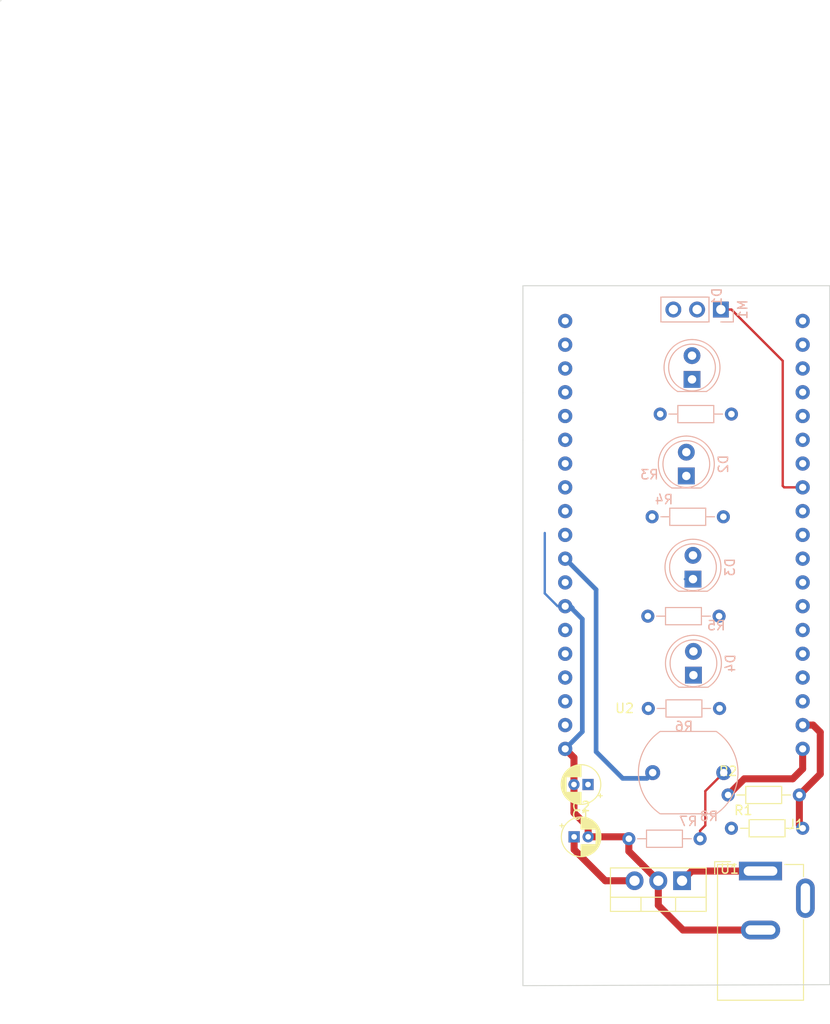
<source format=kicad_pcb>
(kicad_pcb (version 20211014) (generator pcbnew)
  (layers (0 "F.Cu" signal) (31 "B.Cu" signal) (34 "B.Paste" user) (35 "F.Paste" user) (36 "B.SilkS" user "B.Silkscreen") (37 "F.SilkS" user "F.Silkscreen") (38 "B.Mask" user) (39 "F.Mask" user) (44 "Edge.Cuts" user))
  (net 0 "")
  (net 1 "Net-(D1-Pad1)")
  (net 2 "SERVO_LED2")
  (net 3 "Net-(D2-Pad1)")
  (net 4 "SERVO_LED1")
  (net 5 "Net-(D3-Pad1)")
  (net 6 "P1_LED")
  (net 7 "Net-(D4-Pad1)")
  (net 8 "P2_LED")
  (net 9 "SERVO_SIGNAL")
  (net 10 "3.3V")
  (net 11 "LDR1")
  (net 12 "Net-(R7-Pad2)")
  (net 13 "Net-(C1-Pad1)")
  (net 37 "GND")
  (net 38 "5V")
  (net 39 "TEMP_SIG")
  (footprint "Capacitor_THT:CP_Radial_D4.0mm_P1.50mm" (layer "F.Cu") (at 144.1196 111.7092 180)
    (fp_text reference "C1" (at 0.75 -3.25) (layer "F.SilkS"))
    (fp_text value "C")
    (fp_line (start 2.391 -1.304) (end 2.391 1.304) (layer "F.SilkS") (width 0.12))
    (fp_line (start 1.871 0.84) (end 1.871 1.76) (layer "F.SilkS") (width 0.12))
    (fp_line (start 0.95 0.84) (end 0.95 2.071) (layer "F.SilkS") (width 0.12))
    (fp_line (start 1.951 -1.708) (end 1.951 -0.84) (layer "F.SilkS") (width 0.12))
    (fp_line (start 1.551 0.84) (end 1.551 1.924) (layer "F.SilkS") (width 0.12))
    (fp_line (start 1.19 0.84) (end 1.19 2.034) (layer "F.SilkS") (width 0.12))
    (fp_line (start 0.75 -2.08) (end 0.75 -0.84) (layer "F.SilkS") (width 0.12))
    (fp_line (start 1.27 0.84) (end 1.27 2.016) (layer "F.SilkS") (width 0.12))
    (fp_line (start 0.91 0.84) (end 0.91 2.074) (layer "F.SilkS") (width 0.12))
    (fp_line (start 1.711 -1.851) (end 1.711 -0.84) (layer "F.SilkS") (width 0.12))
    (fp_line (start 0.83 0.84) (end 0.83 2.079) (layer "F.SilkS") (width 0.12))
    (fp_line (start 1.15 -2.042) (end 1.15 -0.84) (layer "F.SilkS") (width 0.12))
    (fp_line (start 1.591 0.84) (end 1.591 1.907) (layer "F.SilkS") (width 0.12))
    (fp_line (start 1.31 -2.005) (end 1.31 -0.84) (layer "F.SilkS") (width 0.12))
    (fp_line (start 1.671 -1.87) (end 1.671 -0.84) (layer "F.SilkS") (width 0.12))
    (fp_line (start 1.39 -1.982) (end 1.39 -0.84) (layer "F.SilkS") (width 0.12))
    (fp_line (start 2.031 -1.65) (end 2.031 -0.84) (layer "F.SilkS") (width 0.12))
    (fp_line (start 1.831 -1.785) (end 1.831 -0.84) (layer "F.SilkS") (width 0.12))
    (fp_line (start 0.83 -2.079) (end 0.83 -0.84) (layer "F.SilkS") (width 0.12))
    (fp_line (start -1.319801 -1.395) (end -1.319801 -0.995) (layer "F.SilkS") (width 0.12))
    (fp_line (start 2.191 0.84) (end 2.191 1.516) (layer "F.SilkS") (width 0.12))
    (fp_line (start 1.43 0.84) (end 1.43 1.968) (layer "F.SilkS") (width 0.12))
    (fp_line (start 1.991 0.84) (end 1.991 1.68) (layer "F.SilkS") (width 0.12))
    (fp_line (start 1.511 0.84) (end 1.511 1.94) (layer "F.SilkS") (width 0.12))
    (fp_line (start 1.03 0.84) (end 1.03 2.062) (layer "F.SilkS") (width 0.12))
    (fp_line (start 1.03 -2.062) (end 1.03 -0.84) (layer "F.SilkS") (width 0.12))
    (fp_line (start 2.751 -0.664) (end 2.751 0.664) (layer "F.SilkS") (width 0.12))
    (fp_line (start 0.95 -2.071) (end 0.95 -0.84) (layer "F.SilkS") (width 0.12))
    (fp_line (start 1.39 0.84) (end 1.39 1.982) (layer "F.SilkS") (width 0.12))
    (fp_line (start 0.87 -2.077) (end 0.87 -0.84) (layer "F.SilkS") (width 0.12))
    (fp_line (start 1.35 0.84) (end 1.35 1.994) (layer "F.SilkS") (width 0.12))
    (fp_line (start 2.071 0.84) (end 2.071 1.619) (layer "F.SilkS") (width 0.12))
    (fp_line (start 2.071 -1.619) (end 2.071 -0.84) (layer "F.SilkS") (width 0.12))
    (fp_line (start 1.591 -1.907) (end 1.591 -0.84) (layer "F.SilkS") (width 0.12))
    (fp_line (start 2.151 0.84) (end 2.151 1.552) (layer "F.SilkS") (width 0.12))
    (fp_line (start 1.43 -1.968) (end 1.43 -0.84) (layer "F.SilkS") (width 0.12))
    (fp_line (start 2.351 -1.351) (end 2.351 1.351) (layer "F.SilkS") (width 0.12))
    (fp_line (start 0.75 0.84) (end 0.75 2.08) (layer "F.SilkS") (width 0.12))
    (fp_line (start 0.79 0.84) (end 0.79 2.08) (layer "F.SilkS") (width 0.12))
    (fp_line (start 1.15 0.84) (end 1.15 2.042) (layer "F.SilkS") (width 0.12))
    (fp_line (start 1.711 0.84) (end 1.711 1.851) (layer "F.SilkS") (width 0.12))
    (fp_line (start 0.99 0.84) (end 0.99 2.067) (layer "F.SilkS") (width 0.12))
    (fp_line (start 1.911 -1.735) (end 1.911 -0.84) (layer "F.SilkS") (width 0.12))
    (fp_line (start 1.471 0.84) (end 1.471 1.954) (layer "F.SilkS") (width 0.12))
    (fp_line (start 2.231 -1.478) (end 2.231 -0.84) (layer "F.SilkS") (width 0.12))
    (fp_line (start 2.791 -0.537) (end 2.791 0.537) (layer "F.SilkS") (width 0.12))
    (fp_line (start 1.871 -1.76) (end 1.871 -0.84) (layer "F.SilkS") (width 0.12))
    (fp_line (start 1.23 -2.025) (end 1.23 -0.84) (layer "F.SilkS") (width 0.12))
    (fp_line (start 0.79 -2.08) (end 0.79 -0.84) (layer "F.SilkS") (width 0.12))
    (fp_line (start 2.111 -1.587) (end 2.111 -0.84) (layer "F.SilkS") (width 0.12))
    (fp_line (start 2.271 0.84) (end 2.271 1.438) (layer "F.SilkS") (width 0.12))
    (fp_line (start 1.31 0.84) (end 1.31 2.005) (layer "F.SilkS") (width 0.12))
    (fp_line (start 1.11 0.84) (end 1.11 2.05) (layer "F.SilkS") (width 0.12))
    (fp_line (start 1.511 -1.94) (end 1.511 -0.84) (layer "F.SilkS") (width 0.12))
    (fp_line (start 2.831 -0.37) (end 2.831 0.37) (layer "F.SilkS") (width 0.12))
    (fp_line (start 2.271 -1.438) (end 2.271 -0.84) (layer "F.SilkS") (width 0.12))
    (fp_line (start 0.87 0.84) (end 0.87 2.077) (layer "F.SilkS") (width 0.12))
    (fp_line (start 1.19 -2.034) (end 1.19 -0.84) (layer "F.SilkS") (width 0.12))
    (fp_line (start 2.431 -1.254) (end 2.431 1.254) (layer "F.SilkS") (width 0.12))
    (fp_line (start 1.631 0.84) (end 1.631 1.889) (layer "F.SilkS") (width 0.12))
    (fp_line (start 2.471 -1.2) (end 2.471 1.2) (layer "F.SilkS") (width 0.12))
    (fp_line (start 2.311 -1.396) (end 2.311 -0.84) (layer "F.SilkS") (width 0.12))
    (fp_line (start 1.991 -1.68) (end 1.991 -0.84) (layer "F.SilkS") (width 0.12))
    (fp_line (start 1.751 -1.83) (end 1.751 -0.84) (layer "F.SilkS") (width 0.12))
    (fp_line (start 1.471 -1.954) (end 1.471 -0.84) (layer "F.SilkS") (width 0.12))
    (fp_line (start 2.511 -1.142) (end 2.511 1.142) (layer "F.SilkS") (width 0.12))
    (fp_line (start 2.111 0.84) (end 2.111 1.587) (layer "F.SilkS") (width 0.12))
    (fp_line (start 1.751 0.84) (end 1.751 1.83) (layer "F.SilkS") (width 0.12))
    (fp_line (start -1.519801 -1.195) (end -1.119801 -1.195) (layer "F.SilkS") (width 0.12))
    (fp_line (start 1.551 -1.924) (end 1.551 -0.84) (layer "F.SilkS") (width 0.12))
    (fp_line (start 2.631 -0.94) (end 2.631 0.94) (layer "F.SilkS") (width 0.12))
    (fp_line (start 2.711 -0.768) (end 2.711 0.768) (layer "F.SilkS") (width 0.12))
    (fp_line (start 0.99 -2.067) (end 0.99 -0.84) (layer "F.SilkS") (width 0.12))
    (fp_line (start 1.951 0.84) (end 1.951 1.708) (layer "F.SilkS") (width 0.12))
    (fp_line (start 1.35 -1.994) (end 1.35 -0.84) (layer "F.SilkS") (width 0.12))
    (fp_line (start 2.031 0.84) (end 2.031 1.65) (layer "F.SilkS") (width 0.12))
    (fp_line (start 2.231 0.84) (end 2.231 1.478) (layer "F.SilkS") (width 0.12))
    (fp_line (start 2.671 -0.859) (end 2.671 0.859) (layer "F.SilkS") (width 0.12))
    (fp_line (start 1.791 0.84) (end 1.791 1.808) (layer "F.SilkS") (width 0.12))
    (fp_line (start 0.91 -2.074) (end 0.91 -0.84) (layer "F.SilkS") (width 0.12))
    (fp_line (start 1.23 0.84) (end 1.23 2.025) (layer "F.SilkS") (width 0.12))
    (fp_line (start 2.151 -1.552) (end 2.151 -0.84) (layer "F.SilkS") (width 0.12))
    (fp_line (start 1.671 0.84) (end 1.671 1.87) (layer "F.SilkS") (width 0.12))
    (fp_line (start 2.551 -1.08) (end 2.551 1.08) (layer "F.SilkS") (width 0.12))
    (fp_line (start 2.591 -1.013) (end 2.591 1.013) (layer "F.SilkS") (width 0.12))
    (fp_line (start 1.11 -2.05) (end 1.11 -0.84) (layer "F.SilkS") (width 0.12))
    (fp_line (start 2.311 0.84) (end 2.311 1.396) (layer "F.SilkS") (width 0.12))
    (fp_line (start 1.831 0.84) (end 1.831 1.785) (layer "F.SilkS") (width 0.12))
    (fp_line (start 1.27 -2.016) (end 1.27 -0.84) (layer "F.SilkS") (width 0.12))
    (fp_line (start 1.911 0.84) (end 1.911 1.735) (layer "F.SilkS") (width 0.12))
    (fp_line (start 1.631 -1.889) (end 1.631 -0.84) (layer "F.SilkS") (width 0.12))
    (fp_line (start 1.791 -1.808) (end 1.791 -0.84) (layer "F.SilkS") (width 0.12))
    (fp_line (start 2.191 -1.516) (end 2.191 -0.84) (layer "F.SilkS") (width 0.12))
    (fp_line (start 1.07 -2.056) (end 1.07 -0.84) (layer "F.SilkS") (width 0.12))
    (fp_line (start 1.07 0.84) (end 1.07 2.056) (layer "F.SilkS") (width 0.12))
    (fp_circle (center 0.75 0) (end 2.87 0) (layer "F.SilkS") (width 0.12) (fill none))
    (pad "1" thru_hole rect (at 0 0 180) (size 1.2 1.2) (drill 0.6) (layers *.Cu *.Mask) (net 13 "Net-(C1-Pad1)"))
    (pad "2" thru_hole circle (at 1.5 0 180) (size 1.2 1.2) (drill 0.6) (layers *.Cu *.Mask) (net 37 "GND"))
  )
  (footprint "Resistor_THT:R_Axial_DIN0204_L3.6mm_D1.6mm_P7.62mm_Horizontal" (layer "F.Cu") (at 159.4612 116.3828)
    (fp_text reference "R1" (at 1.27 -1.92) (layer "F.SilkS"))
    (fp_text value "1k")
    (fp_line (start 5.73 0.92) (end 5.73 -0.92) (layer "F.SilkS") (width 0.12))
    (fp_line (start 6.68 0) (end 5.73 0) (layer "F.SilkS") (width 0.12))
    (fp_line (start 1.89 0.92) (end 5.73 0.92) (layer "F.SilkS") (width 0.12))
    (fp_line (start 1.89 -0.92) (end 1.89 0.92) (layer "F.SilkS") (width 0.12))
    (fp_line (start 0.94 0) (end 1.89 0) (layer "F.SilkS") (width 0.12))
    (fp_line (start 5.73 -0.92) (end 1.89 -0.92) (layer "F.SilkS") (width 0.12))
    (pad "1" thru_hole circle (at 0 0) (size 1.4 1.4) (drill 0.7) (layers *.Cu *.Mask) (net 38 "5V"))
    (pad "2" thru_hole oval (at 7.62 0) (size 1.4 1.4) (drill 0.7) (layers *.Cu *.Mask) (net 10 "3.3V"))
  )
  (footprint "Resistor_THT:R_Axial_DIN0204_L3.6mm_D1.6mm_P7.62mm_Horizontal" (layer "F.Cu") (at 166.7256 112.8268 180)
    (fp_text reference "R2" (at 7.62 2.54) (layer "F.SilkS"))
    (fp_text value "2k")
    (fp_line (start 0.94 0) (end 1.89 0) (layer "F.SilkS") (width 0.12))
    (fp_line (start 1.89 -0.92) (end 1.89 0.92) (layer "F.SilkS") (width 0.12))
    (fp_line (start 5.73 0.92) (end 5.73 -0.92) (layer "F.SilkS") (width 0.12))
    (fp_line (start 6.68 0) (end 5.73 0) (layer "F.SilkS") (width 0.12))
    (fp_line (start 5.73 -0.92) (end 1.89 -0.92) (layer "F.SilkS") (width 0.12))
    (fp_line (start 1.89 0.92) (end 5.73 0.92) (layer "F.SilkS") (width 0.12))
    (pad "1" thru_hole circle (at 0 0 180) (size 1.4 1.4) (drill 0.7) (layers *.Cu *.Mask) (net 10 "3.3V"))
    (pad "2" thru_hole oval (at 7.62 0 180) (size 1.4 1.4) (drill 0.7) (layers *.Cu *.Mask) (net 37 "GND"))
  )
  (footprint "Capacitor_THT:CP_Radial_D4.0mm_P1.50mm" (layer "F.Cu") (at 142.635001 117.2972)
    (fp_text reference "C2" (at 0.75 -3.25) (layer "F.SilkS"))
    (fp_text value "C")
    (fp_line (start 2.111 0.84) (end 2.111 1.587) (layer "F.SilkS") (width 0.12))
    (fp_line (start 1.711 0.84) (end 1.711 1.851) (layer "F.SilkS") (width 0.12))
    (fp_line (start 2.511 -1.142) (end 2.511 1.142) (layer "F.SilkS") (width 0.12))
    (fp_line (start 0.87 -2.077) (end 0.87 -0.84) (layer "F.SilkS") (width 0.12))
    (fp_line (start 2.551 -1.08) (end 2.551 1.08) (layer "F.SilkS") (width 0.12))
    (fp_line (start 0.83 0.84) (end 0.83 2.079) (layer "F.SilkS") (width 0.12))
    (fp_line (start 2.591 -1.013) (end 2.591 1.013) (layer "F.SilkS") (width 0.12))
    (fp_line (start 1.27 -2.016) (end 1.27 -0.84) (layer "F.SilkS") (width 0.12))
    (fp_line (start -1.319801 -1.395) (end -1.319801 -0.995) (layer "F.SilkS") (width 0.12))
    (fp_line (start 1.23 0.84) (end 1.23 2.025) (layer "F.SilkS") (width 0.12))
    (fp_line (start 1.751 -1.83) (end 1.751 -0.84) (layer "F.SilkS") (width 0.12))
    (fp_line (start 0.95 -2.071) (end 0.95 -0.84) (layer "F.SilkS") (width 0.12))
    (fp_line (start 2.431 -1.254) (end 2.431 1.254) (layer "F.SilkS") (width 0.12))
    (fp_line (start 1.11 -2.05) (end 1.11 -0.84) (layer "F.SilkS") (width 0.12))
    (fp_line (start 1.11 0.84) (end 1.11 2.05) (layer "F.SilkS") (width 0.12))
    (fp_line (start 0.99 0.84) (end 0.99 2.067) (layer "F.SilkS") (width 0.12))
    (fp_line (start 1.671 -1.87) (end 1.671 -0.84) (layer "F.SilkS") (width 0.12))
    (fp_line (start 1.19 -2.034) (end 1.19 -0.84) (layer "F.SilkS") (width 0.12))
    (fp_line (start 1.39 0.84) (end 1.39 1.982) (layer "F.SilkS") (width 0.12))
    (fp_line (start 1.471 -1.954) (end 1.471 -0.84) (layer "F.SilkS") (width 0.12))
    (fp_line (start 1.03 0.84) (end 1.03 2.062) (layer "F.SilkS") (width 0.12))
    (fp_line (start 1.911 -1.735) (end 1.911 -0.84) (layer "F.SilkS") (width 0.12))
    (fp_line (start 1.791 -1.808) (end 1.791 -0.84) (layer "F.SilkS") (width 0.12))
    (fp_line (start 1.07 -2.056) (end 1.07 -0.84) (layer "F.SilkS") (width 0.12))
    (fp_line (start 1.631 0.84) (end 1.631 1.889) (layer "F.SilkS") (width 0.12))
    (fp_line (start 2.151 -1.552) (end 2.151 -0.84) (layer "F.SilkS") (width 0.12))
    (fp_line (start 1.31 -2.005) (end 1.31 -0.84) (layer "F.SilkS") (width 0.12))
    (fp_line (start 0.83 -2.079) (end 0.83 -0.84) (layer "F.SilkS") (width 0.12))
    (fp_line (start 1.951 -1.708) (end 1.951 -0.84) (layer "F.SilkS") (width 0.12))
    (fp_line (start 1.551 -1.924) (end 1.551 -0.84) (layer "F.SilkS") (width 0.12))
    (fp_line (start 2.111 -1.587) (end 2.111 -0.84) (layer "F.SilkS") (width 0.12))
    (fp_line (start 2.271 -1.438) (end 2.271 -0.84) (layer "F.SilkS") (width 0.12))
    (fp_line (start 2.831 -0.37) (end 2.831 0.37) (layer "F.SilkS") (width 0.12))
    (fp_line (start 0.79 0.84) (end 0.79 2.08) (layer "F.SilkS") (width 0.12))
    (fp_line (start 0.87 0.84) (end 0.87 2.077) (layer "F.SilkS") (width 0.12))
    (fp_line (start 1.591 -1.907) (end 1.591 -0.84) (layer "F.SilkS") (width 0.12))
    (fp_line (start 1.791 0.84) (end 1.791 1.808) (layer "F.SilkS") (width 0.12))
    (fp_line (start 1.511 0.84) (end 1.511 1.94) (layer "F.SilkS") (width 0.12))
    (fp_line (start 2.191 -1.516) (end 2.191 -0.84) (layer "F.SilkS") (width 0.12))
    (fp_line (start 2.471 -1.2) (end 2.471 1.2) (layer "F.SilkS") (width 0.12))
    (fp_line (start 2.671 -0.859) (end 2.671 0.859) (layer "F.SilkS") (width 0.12))
    (fp_line (start 1.43 -1.968) (end 1.43 -0.84) (layer "F.SilkS") (width 0.12))
    (fp_line (start 0.79 -2.08) (end 0.79 -0.84) (layer "F.SilkS") (width 0.12))
    (fp_line (start 1.631 -1.889) (end 1.631 -0.84) (layer "F.SilkS") (width 0.12))
    (fp_line (start 1.23 -2.025) (end 1.23 -0.84) (layer "F.SilkS") (width 0.12))
    (fp_line (start 1.991 -1.68) (end 1.991 -0.84) (layer "F.SilkS") (width 0.12))
    (fp_line (start 1.35 0.84) (end 1.35 1.994) (layer "F.SilkS") (width 0.12))
    (fp_line (start 1.471 0.84) (end 1.471 1.954) (layer "F.SilkS") (width 0.12))
    (fp_line (start 2.751 -0.664) (end 2.751 0.664) (layer "F.SilkS") (width 0.12))
    (fp_line (start 1.15 0.84) (end 1.15 2.042) (layer "F.SilkS") (width 0.12))
    (fp_line (start 0.75 -2.08) (end 0.75 -0.84) (layer "F.SilkS") (width 0.12))
    (fp_line (start 1.831 0.84) (end 1.831 1.785) (layer "F.SilkS") (width 0.12))
    (fp_line (start 0.95 0.84) (end 0.95 2.071) (layer "F.SilkS") (width 0.12))
    (fp_line (start 2.191 0.84) (end 2.191 1.516) (layer "F.SilkS") (width 0.12))
    (fp_line (start 1.591 0.84) (end 1.591 1.907) (layer "F.SilkS") (width 0.12))
    (fp_line (start 1.15 -2.042) (end 1.15 -0.84) (layer "F.SilkS") (width 0.12))
    (fp_line (start 2.031 -1.65) (end 2.031 -0.84) (layer "F.SilkS") (width 0.12))
    (fp_line (start 1.27 0.84) (end 1.27 2.016) (layer "F.SilkS") (width 0.12))
    (fp_line (start 2.031 0.84) (end 2.031 1.65) (layer "F.SilkS") (width 0.12))
    (fp_line (start 0.91 -2.074) (end 0.91 -0.84) (layer "F.SilkS") (width 0.12))
    (fp_line (start 1.19 0.84) (end 1.19 2.034) (layer "F.SilkS") (width 0.12))
    (fp_line (start 1.39 -1.982) (end 1.39 -0.84) (layer "F.SilkS") (width 0.12))
    (fp_line (start 2.351 -1.351) (end 2.351 1.351) (layer "F.SilkS") (width 0.12))
    (fp_line (start 1.551 0.84) (end 1.551 1.924) (layer "F.SilkS") (width 0.12))
    (fp_line (start 2.711 -0.768) (end 2.711 0.768) (layer "F.SilkS") (width 0.12))
    (fp_line (start 2.631 -0.94) (end 2.631 0.94) (layer "F.SilkS") (width 0.12))
    (fp_line (start 1.07 0.84) (end 1.07 2.056) (layer "F.SilkS") (width 0.12))
    (fp_line (start 1.831 -1.785) (end 1.831 -0.84) (layer "F.SilkS") (width 0.12))
    (fp_line (start 1.03 -2.062) (end 1.03 -0.84) (layer "F.SilkS") (width 0.12))
    (fp_line (start 2.231 -1.478) (end 2.231 -0.84) (layer "F.SilkS") (width 0.12))
    (fp_line (start 1.751 0.84) (end 1.751 1.83) (layer "F.SilkS") (width 0.12))
    (fp_line (start 1.671 0.84) (end 1.671 1.87) (layer "F.SilkS") (width 0.12))
    (fp_line (start 2.391 -1.304) (end 2.391 1.304) (layer "F.SilkS") (width 0.12))
    (fp_line (start 0.75 0.84) (end 0.75 2.08) (layer "F.SilkS") (width 0.12))
    (fp_line (start 2.231 0.84) (end 2.231 1.478) (layer "F.SilkS") (width 0.12))
    (fp_line (start 2.271 0.84) (end 2.271 1.438) (layer "F.SilkS") (width 0.12))
    (fp_line (start 2.311 -1.396) (end 2.311 -0.84) (layer "F.SilkS") (width 0.12))
    (fp_line (start 1.35 -1.994) (end 1.35 -0.84) (layer "F.SilkS") (width 0.12))
    (fp_line (start 1.871 -1.76) (end 1.871 -0.84) (layer "F.SilkS") (width 0.12))
    (fp_line (start 1.911 0.84) (end 1.911 1.735) (layer "F.SilkS") (width 0.12))
    (fp_line (start 1.511 -1.94) (end 1.511 -0.84) (layer "F.SilkS") (width 0.12))
    (fp_line (start 1.43 0.84) (end 1.43 1.968) (layer "F.SilkS") (width 0.12))
    (fp_line (start 2.311 0.84) (end 2.311 1.396) (layer "F.SilkS") (width 0.12))
    (fp_line (start -1.519801 -1.195) (end -1.119801 -1.195) (layer "F.SilkS") (width 0.12))
    (fp_line (start 2.071 -1.619) (end 2.071 -0.84) (layer "F.SilkS") (width 0.12))
    (fp_line (start 0.91 0.84) (end 0.91 2.074) (layer "F.SilkS") (width 0.12))
    (fp_line (start 1.711 -1.851) (end 1.711 -0.84) (layer "F.SilkS") (width 0.12))
    (fp_line (start 2.791 -0.537) (end 2.791 0.537) (layer "F.SilkS") (width 0.12))
    (fp_line (start 1.991 0.84) (end 1.991 1.68) (layer "F.SilkS") (width 0.12))
    (fp_line (start 2.071 0.84) (end 2.071 1.619) (layer "F.SilkS") (width 0.12))
    (fp_line (start 0.99 -2.067) (end 0.99 -0.84) (layer "F.SilkS") (width 0.12))
    (fp_line (start 2.151 0.84) (end 2.151 1.552) (layer "F.SilkS") (width 0.12))
    (fp_line (start 1.951 0.84) (end 1.951 1.708) (layer "F.SilkS") (width 0.12))
    (fp_line (start 1.31 0.84) (end 1.31 2.005) (layer "F.SilkS") (width 0.12))
    (fp_line (start 1.871 0.84) (end 1.871 1.76) (layer "F.SilkS") (width 0.12))
    (fp_circle (center 0.75 0) (end 2.87 0) (layer "F.SilkS") (width 0.12) (fill none))
    (pad "1" thru_hole rect (at 0 0) (size 1.2 1.2) (drill 0.6) (layers *.Cu *.Mask) (net 38 "5V"))
    (pad "2" thru_hole circle (at 1.5 0) (size 1.2 1.2) (drill 0.6) (layers *.Cu *.Mask) (net 37 "GND"))
  )
  (footprint "Connector_BarrelJack:BarrelJack_GCT_DCJ200-10-A_Horizontal" (layer "F.Cu") (at 162.5704 120.9548)
    (fp_text reference "J1" (at 3.79 -4.98) (layer "F.SilkS"))
    (fp_text value "Barrel_Jack")
    (fp_line (start -4.9 -1) (end -4.9 0.3) (layer "F.SilkS") (width 0.12))
    (fp_line (start -4.6 13.8) (end -4.6 -0.7) (layer "F.SilkS") (width 0.12))
    (fp_line (start 4.6 -0.7) (end 4.6 0.6) (layer "F.SilkS") (width 0.12))
    (fp_line (start -4.6 -0.7) (end -2.6 -0.7) (layer "F.SilkS") (width 0.12))
    (fp_line (start 4.6 13.8) (end -4.6 13.8) (layer "F.SilkS") (width 0.12))
    (fp_line (start 4.6 5.2) (end 4.6 13.8) (layer "F.SilkS") (width 0.12))
    (fp_line (start 2.6 -0.7) (end 4.6 -0.7) (layer "F.SilkS") (width 0.12))
    (fp_line (start -3.2 -1) (end -4.9 -1) (layer "F.SilkS") (width 0.12))
    (pad "1" thru_hole rect (at 0 0) (size 4.6 2) (drill oval 3.6 1) (layers *.Cu *.Mask) (net 13 "Net-(C1-Pad1)"))
    (pad "2" thru_hole oval (at 0 6.3) (size 4.2 2) (drill oval 3.2 1) (layers *.Cu *.Mask) (net 37 "GND"))
    (pad "3" thru_hole oval (at 4.8 2.9) (size 2 4.2) (drill oval 1 3.2) (layers *.Cu *.Mask))
  )
  (footprint "Package_TO_SOT_THT:TO-220-3_Vertical" (layer "F.Cu") (at 154.178 121.991 180)
    (fp_text reference "U1" (at -5.08 1.27) (layer "F.SilkS"))
    (fp_text value "LM7805_TO220")
    (fp_line (start -2.58 -3.27) (end 7.66 -3.27) (layer "F.SilkS") (width 0.12))
    (fp_line (start -2.58 -1.76) (end 7.66 -1.76) (layer "F.SilkS") (width 0.12))
    (fp_line (start -2.58 -3.27) (end -2.58 1.371) (layer "F.SilkS") (width 0.12))
    (fp_line (start -2.58 1.371) (end 7.66 1.371) (layer "F.SilkS") (width 0.12))
    (fp_line (start 0.69 -3.27) (end 0.69 -1.76) (layer "F.SilkS") (width 0.12))
    (fp_line (start 7.66 -3.27) (end 7.66 1.371) (layer "F.SilkS") (width 0.12))
    (fp_line (start 4.391 -3.27) (end 4.391 -1.76) (layer "F.SilkS") (width 0.12))
    (pad "1" thru_hole rect (at 0 0 180) (size 1.905 2) (drill 1.1) (layers *.Cu *.Mask) (net 13 "Net-(C1-Pad1)"))
    (pad "2" thru_hole oval (at 2.54 0 180) (size 1.905 2) (drill 1.1) (layers *.Cu *.Mask) (net 37 "GND"))
    (pad "3" thru_hole oval (at 5.08 0 180) (size 1.905 2) (drill 1.1) (layers *.Cu *.Mask) (net 38 "5V"))
  )
  (footprint "NodeMCU-DEVKITV1:ESP32-DOIT-DEVKIT" (layer "F.Cu") (at 154.3812 110.4392 180)
    (fp_text reference "U2" (at 6.35 6.8725) (layer "F.SilkS"))
    (fp_text value "NodeMCU")
    (pad "1" thru_hole circle (at -12.7 2.54 180) (size 1.524 1.524) (drill 0.762) (layers *.Cu *.Mask) (net 37 "GND"))
    (pad "2" thru_hole circle (at -12.7 5.08 180) (size 1.524 1.524) (drill 0.762) (layers *.Cu *.Mask) (net 10 "3.3V"))
    (pad "3" thru_hole circle (at -12.7 7.62 180) (size 1.524 1.524) (drill 0.762) (layers *.Cu *.Mask))
    (pad "4" thru_hole circle (at -12.7 10.16 180) (size 1.524 1.524) (drill 0.762) (layers *.Cu *.Mask))
    (pad "5" thru_hole circle (at -12.7 12.7 180) (size 1.524 1.524) (drill 0.762) (layers *.Cu *.Mask))
    (pad "5V" thru_hole circle (at -12.7 48.26 180) (size 1.524 1.524) (drill 0.762) (layers *.Cu *.Mask))
    (pad "6" thru_hole circle (at -12.7 15.24 180) (size 1.524 1.524) (drill 0.762) (layers *.Cu *.Mask))
    (pad "7" thru_hole circle (at -12.7 17.78 180) (size 1.524 1.524) (drill 0.762) (layers *.Cu *.Mask))
    (pad "8" thru_hole circle (at -12.7 20.32 180) (size 1.524 1.524) (drill 0.762) (layers *.Cu *.Mask))
    (pad "9" thru_hole circle (at -12.7 22.86 180) (size 1.524 1.524) (drill 0.762) (layers *.Cu *.Mask))
    (pad "10" thru_hole circle (at -12.7 25.4 180) (size 1.524 1.524) (drill 0.762) (layers *.Cu *.Mask))
    (pad "11" thru_hole circle (at -12.7 27.94 180) (size 1.524 1.524) (drill 0.762) (layers *.Cu *.Mask))
    (pad "12" thru_hole circle (at -12.7 30.48 180) (size 1.524 1.524) (drill 0.762) (layers *.Cu *.Mask) (net 9 "SERVO_SIGNAL"))
    (pad "13" thru_hole circle (at -12.7 33.02 180) (size 1.524 1.524) (drill 0.762) (layers *.Cu *.Mask) (net 2 "SERVO_LED2"))
    (pad "15" thru_hole circle (at -12.7 38.1 180) (size 1.524 1.524) (drill 0.762) (layers *.Cu *.Mask))
    (pad "16" thru_hole circle (at -12.7 40.64 180) (size 1.524 1.524) (drill 0.762) (layers *.Cu *.Mask) (net 6 "P1_LED"))
    (pad "17" thru_hole circle (at -12.7 43.18 180) (size 1.524 1.524) (drill 0.762) (layers *.Cu *.Mask) (net 8 "P2_LED"))
    (pad "18" thru_hole circle (at -12.7 45.72 180) (size 1.524 1.524) (drill 0.762) (layers *.Cu *.Mask))
    (pad "19" thru_hole circle (at 12.7 45.72 180) (size 1.524 1.524) (drill 0.762) (layers *.Cu *.Mask) (net 4 "SERVO_LED1"))
    (pad "20" thru_hole circle (at 12.7 43.18 180) (size 1.524 1.524) (drill 0.762) (layers *.Cu *.Mask))
    (pad "21" thru_hole circle (at 12.7 40.64 180) (size 1.524 1.524) (drill 0.762) (layers *.Cu *.Mask))
    (pad "22" thru_hole circle (at 12.7 38.1 180) (size 1.524 1.524) (drill 0.762) (layers *.Cu *.Mask))
    (pad "23" thru_hole circle (at 12.7 35.56 180) (size 1.524 1.524) (drill 0.762) (layers *.Cu *.Mask))
    (pad "24" thru_hole circle (at 12.7 33.02 180) (size 1.524 1.524) (drill 0.762) (layers *.Cu *.Mask) (net 39 "TEMP_SIG"))
    (pad "25" thru_hole circle (at 12.7 30.48 180) (size 1.524 1.524) (drill 0.762) (layers *.Cu *.Mask))
    (pad "26" thru_hole circle (at 12.7 27.94 180) (size 1.524 1.524) (drill 0.762) (layers *.Cu *.Mask))
    (pad "27" thru_hole circle (at 12.7 25.4 180) (size 1.524 1.524) (drill 0.762) (layers *.Cu *.Mask))
    (pad "28" thru_hole circle (at 12.7 22.86 180) (size 1.524 1.524) (drill 0.762) (layers *.Cu *.Mask) (net 11 "LDR1"))
    (pad "29" thru_hole circle (at 12.7 20.32 180) (size 1.524 1.524) (drill 0.762) (layers *.Cu *.Mask))
    (pad "31" thru_hole circle (at 12.7 15.24 180) (size 1.524 1.524) (drill 0.762) (layers *.Cu *.Mask))
    (pad "32" thru_hole circle (at 12.7 12.7 180) (size 1.524 1.524) (drill 0.762) (layers *.Cu *.Mask))
    (pad "33" thru_hole circle (at 12.7 10.16 180) (size 1.524 1.524) (drill 0.762) (layers *.Cu *.Mask))
    (pad "34" thru_hole circle (at 12.7 7.62 180) (size 1.524 1.524) (drill 0.762) (layers *.Cu *.Mask))
    (pad "35" thru_hole circle (at 12.7 5.08 180) (size 1.524 1.524) (drill 0.762) (layers *.Cu *.Mask))
    (pad "38" thru_hole circle (at 12.7 48.26 180) (size 1.524 1.524) (drill 0.762) (layers *.Cu *.Mask))
    (pad "GND" thru_hole circle (at 12.7 2.54 180) (size 1.524 1.524) (drill 0.762) (layers *.Cu *.Mask) (net 37 "GND"))
    (pad "GND" thru_hole circle (at -12.7 35.56 180) (size 1.524 1.524) (drill 0.762) (layers *.Cu *.Mask) (net 37 "GND"))
    (pad "GND" thru_hole circle (at 12.7 17.78 180) (size 1.524 1.524) (drill 0.762) (layers *.Cu *.Mask) (net 37 "GND"))
  )
  (footprint "LED_THT:LED_D5.0mm" (layer "B.Cu") (at 155.3972 100.0252 90)
    (fp_text reference "D4" (at 1.27 3.96 90) (layer "B.SilkS") (effects (justify mirror)))
    (fp_text value "LED")
    (fp_line (start -1.29 1.545) (end -1.29 -1.545) (layer "B.SilkS") (width 0.12))
    (fp_arc (start 4.26 -0.000462) (mid 2.072002 2.880433) (end -1.29 1.54483) (layer "B.SilkS") (width 0.12))
    (fp_arc (start -1.29 -1.54483) (mid 2.072002 -2.880433) (end 4.26 0.000462) (layer "B.SilkS") (width 0.12))
    (fp_circle (center 1.27 0) (end 3.77 0) (layer "B.SilkS") (width 0.12) (fill none))
    (pad "1" thru_hole rect (at 0 0 90) (size 1.8 1.8) (drill 0.9) (layers *.Cu *.Mask) (net 7 "Net-(D4-Pad1)"))
    (pad "2" thru_hole circle (at 2.54 0 90) (size 1.8 1.8) (drill 0.9) (layers *.Cu *.Mask) (net 8 "P2_LED"))
  )
  (footprint "LED_THT:LED_D5.0mm" (layer "B.Cu") (at 154.6352 78.74 90)
    (fp_text reference "D2" (at 1.27 3.96 90) (layer "B.SilkS") (effects (justify mirror)))
    (fp_text value "LED")
    (fp_line (start -1.29 1.545) (end -1.29 -1.545) (layer "B.SilkS") (width 0.12))
    (fp_arc (start -1.29 -1.54483) (mid 2.072002 -2.880433) (end 4.26 0.000462) (layer "B.SilkS") (width 0.12))
    (fp_arc (start 4.26 -0.000462) (mid 2.072002 2.880433) (end -1.29 1.54483) (layer "B.SilkS") (width 0.12))
    (fp_circle (center 1.27 0) (end 3.77 0) (layer "B.SilkS") (width 0.12) (fill none))
    (pad "1" thru_hole rect (at 0 0 90) (size 1.8 1.8) (drill 0.9) (layers *.Cu *.Mask) (net 3 "Net-(D2-Pad1)"))
    (pad "2" thru_hole circle (at 2.54 0 90) (size 1.8 1.8) (drill 0.9) (layers *.Cu *.Mask) (net 4 "SERVO_LED1"))
  )
  (footprint "Connector_PinHeader_2.54mm:PinHeader_1x03_P2.54mm_Vertical" (layer "B.Cu") (at 158.3286 60.96 90)
    (fp_text reference "M1" (at 0 2.33 90) (layer "B.SilkS") (effects (justify mirror)))
    (fp_text value "Motor_Servo")
    (fp_line (start 1.33 -1.27) (end 1.33 -6.41) (layer "B.SilkS") (width 0.12))
    (fp_line (start -1.33 -1.27) (end -1.33 -6.41) (layer "B.SilkS") (width 0.12))
    (fp_line (start -1.33 1.33) (end 0 1.33) (layer "B.SilkS") (width 0.12))
    (fp_line (start -1.33 -6.41) (end 1.33 -6.41) (layer "B.SilkS") (width 0.12))
    (fp_line (start -1.33 0) (end -1.33 1.33) (layer "B.SilkS") (width 0.12))
    (fp_line (start -1.33 -1.27) (end 1.33 -1.27) (layer "B.SilkS") (width 0.12))
    (pad "1" thru_hole rect (at 0 0 90) (size 1.7 1.7) (drill 1) (layers *.Cu *.Mask) (net 9 "SERVO_SIGNAL"))
    (pad "2" thru_hole oval (at 0 -2.54 90) (size 1.7 1.7) (drill 1) (layers *.Cu *.Mask) (net 38 "5V"))
    (pad "3" thru_hole oval (at 0 -5.08 90) (size 1.7 1.7) (drill 1) (layers *.Cu *.Mask) (net 37 "GND"))
  )
  (footprint "LED_THT:LED_D5.0mm" (layer "B.Cu") (at 155.3464 89.7636 90)
    (fp_text reference "D3" (at 1.27 3.96 90) (layer "B.SilkS") (effects (justify mirror)))
    (fp_text value "LED")
    (fp_line (start -1.29 1.545) (end -1.29 -1.545) (layer "B.SilkS") (width 0.12))
    (fp_arc (start -1.29 -1.54483) (mid 2.072002 -2.880433) (end 4.26 0.000462) (layer "B.SilkS") (width 0.12))
    (fp_arc (start 4.26 -0.000462) (mid 2.072002 2.880433) (end -1.29 1.54483) (layer "B.SilkS") (width 0.12))
    (fp_circle (center 1.27 0) (end 3.77 0) (layer "B.SilkS") (width 0.12) (fill none))
    (pad "1" thru_hole rect (at 0 0 90) (size 1.8 1.8) (drill 0.9) (layers *.Cu *.Mask) (net 5 "Net-(D3-Pad1)"))
    (pad "2" thru_hole circle (at 2.54 0 90) (size 1.8 1.8) (drill 0.9) (layers *.Cu *.Mask) (net 6 "P1_LED"))
  )
  (footprint "OptoDevice:R_LDR_10x8.5mm_P7.6mm_Vertical" (layer "B.Cu") (at 151.0384 110.4392)
    (fp_text reference "R7" (at 3.8 5.2) (layer "B.SilkS") (effects (justify mirror)))
    (fp_text value "LDR03")
    (fp_line (start 0.8 -4.4) (end 6.8 -4.4) (layer "B.SilkS") (width 0.12))
    (fp_line (start 0.8 4.4) (end 6.8 4.4) (layer "B.SilkS") (width 0.12))
    (fp_arc (start 6.83265 -4.37756) (mid 9.125374 0.019809) (end 6.8 4.4) (layer "B.SilkS") (width 0.12))
    (fp_arc (start 0.76735 4.37756) (mid -1.525374 -0.019809) (end 0.8 -4.4) (layer "B.SilkS") (width 0.12))
    (pad "1" thru_hole circle (at 0 0) (size 1.6 1.6) (drill 0.8) (layers *.Cu *.Mask) (net 11 "LDR1"))
    (pad "2" thru_hole circle (at 7.6 0) (size 1.6 1.6) (drill 0.8) (layers *.Cu *.Mask) (net 12 "Net-(R7-Pad2)"))
  )
  (footprint "Resistor_THT:R_Axial_DIN0204_L3.6mm_D1.6mm_P7.62mm_Horizontal" (layer "B.Cu") (at 151.8412 72.131)
    (fp_text reference "R3" (at -1.15 6.47) (layer "B.SilkS") (effects (justify mirror)))
    (fp_text value "220")
    (fp_line (start 1.89 -0.92) (end 5.73 -0.92) (layer "B.SilkS") (width 0.12))
    (fp_line (start 1.89 0.92) (end 1.89 -0.92) (layer "B.SilkS") (width 0.12))
    (fp_line (start 5.73 -0.92) (end 5.73 0.92) (layer "B.SilkS") (width 0.12))
    (fp_line (start 6.68 0) (end 5.73 0) (layer "B.SilkS") (width 0.12))
    (fp_line (start 5.73 0.92) (end 1.89 0.92) (layer "B.SilkS") (width 0.12))
    (fp_line (start 0.94 0) (end 1.89 0) (layer "B.SilkS") (width 0.12))
    (pad "1" thru_hole circle (at 0 0) (size 1.4 1.4) (drill 0.7) (layers *.Cu *.Mask) (net 1 "Net-(D1-Pad1)"))
    (pad "2" thru_hole oval (at 7.62 0) (size 1.4 1.4) (drill 0.7) (layers *.Cu *.Mask) (net 37 "GND"))
  )
  (footprint "LED_THT:LED_D5.0mm" (layer "B.Cu") (at 155.2448 68.4276 90)
    (fp_text reference "D1" (at 8.820048 2.66 90) (layer "B.SilkS") (effects (justify mirror)))
    (fp_text value "LED")
    (fp_line (start -1.29 1.545) (end -1.29 -1.545) (layer "B.SilkS") (width 0.12))
    (fp_arc (start -1.29 -1.54483) (mid 2.072002 -2.880433) (end 4.26 0.000462) (layer "B.SilkS") (width 0.12))
    (fp_arc (start 4.26 -0.000462) (mid 2.072002 2.880433) (end -1.29 1.54483) (layer "B.SilkS") (width 0.12))
    (fp_circle (center 1.27 0) (end 3.77 0) (layer "B.SilkS") (width 0.12) (fill none))
    (pad "1" thru_hole rect (at 0 0 90) (size 1.8 1.8) (drill 0.9) (layers *.Cu *.Mask) (net 1 "Net-(D1-Pad1)"))
    (pad "2" thru_hole circle (at 2.54 0 90) (size 1.8 1.8) (drill 0.9) (layers *.Cu *.Mask) (net 2 "SERVO_LED2"))
  )
  (footprint "Resistor_THT:R_Axial_DIN0204_L3.6mm_D1.6mm_P7.62mm_Horizontal" (layer "B.Cu") (at 156.1084 117.5004 180)
    (fp_text reference "R8" (at -0.94625 2.39375) (layer "B.SilkS") (effects (justify mirror)))
    (fp_text value "10k")
    (fp_line (start 1.89 0.92) (end 1.89 -0.92) (layer "B.SilkS") (width 0.12))
    (fp_line (start 6.68 0) (end 5.73 0) (layer "B.SilkS") (width 0.12))
    (fp_line (start 5.73 0.92) (end 1.89 0.92) (layer "B.SilkS") (width 0.12))
    (fp_line (start 1.89 -0.92) (end 5.73 -0.92) (layer "B.SilkS") (width 0.12))
    (fp_line (start 5.73 -0.92) (end 5.73 0.92) (layer "B.SilkS") (width 0.12))
    (fp_line (start 0.94 0) (end 1.89 0) (layer "B.SilkS") (width 0.12))
    (pad "1" thru_hole circle (at 0 0 180) (size 1.4 1.4) (drill 0.7) (layers *.Cu *.Mask) (net 12 "Net-(R7-Pad2)"))
    (pad "2" thru_hole oval (at 7.62 0 180) (size 1.4 1.4) (drill 0.7) (layers *.Cu *.Mask) (net 37 "GND"))
  )
  (footprint "Resistor_THT:R_Axial_DIN0204_L3.6mm_D1.6mm_P7.62mm_Horizontal" (layer "B.Cu") (at 150.5204 93.721)
    (fp_text reference "R5" (at 7.3152 1.0056) (layer "B.SilkS") (effects (justify mirror)))
    (fp_text value "220")
    (fp_line (start 5.73 -0.92) (end 5.73 0.92) (layer "B.SilkS") (width 0.12))
    (fp_line (start 5.73 0.92) (end 1.89 0.92) (layer "B.SilkS") (width 0.12))
    (fp_line (start 1.89 0.92) (end 1.89 -0.92) (layer "B.SilkS") (width 0.12))
    (fp_line (start 1.89 -0.92) (end 5.73 -0.92) (layer "B.SilkS") (width 0.12))
    (fp_line (start 0.94 0) (end 1.89 0) (layer "B.SilkS") (width 0.12))
    (fp_line (start 6.68 0) (end 5.73 0) (layer "B.SilkS") (width 0.12))
    (pad "1" thru_hole circle (at 0 0) (size 1.4 1.4) (drill 0.7) (layers *.Cu *.Mask) (net 5 "Net-(D3-Pad1)"))
    (pad "2" thru_hole oval (at 7.62 0) (size 1.4 1.4) (drill 0.7) (layers *.Cu *.Mask) (net 37 "GND"))
  )
  (footprint "Resistor_THT:R_Axial_DIN0204_L3.6mm_D1.6mm_P7.62mm_Horizontal" (layer "B.Cu") (at 158.5976 83.1038 180)
    (fp_text reference "R4" (at 6.35 1.844948) (layer "B.SilkS") (effects (justify mirror)))
    (fp_text value "220")
    (fp_line (start 1.89 0.92) (end 1.89 -0.92) (layer "B.SilkS") (width 0.12))
    (fp_line (start 0.94 0) (end 1.89 0) (layer "B.SilkS") (width 0.12))
    (fp_line (start 5.73 -0.92) (end 5.73 0.92) (layer "B.SilkS") (width 0.12))
    (fp_line (start 6.68 0) (end 5.73 0) (layer "B.SilkS") (width 0.12))
    (fp_line (start 1.89 -0.92) (end 5.73 -0.92) (layer "B.SilkS") (width 0.12))
    (fp_line (start 5.73 0.92) (end 1.89 0.92) (layer "B.SilkS") (width 0.12))
    (pad "1" thru_hole circle (at 0 0 180) (size 1.4 1.4) (drill 0.7) (layers *.Cu *.Mask) (net 3 "Net-(D2-Pad1)"))
    (pad "2" thru_hole oval (at 7.62 0 180) (size 1.4 1.4) (drill 0.7) (layers *.Cu *.Mask) (net 37 "GND"))
  )
  (footprint "Resistor_THT:R_Axial_DIN0204_L3.6mm_D1.6mm_P7.62mm_Horizontal" (layer "B.Cu") (at 150.5712 103.5812)
    (fp_text reference "R6" (at 3.81 1.92) (layer "B.SilkS") (effects (justify mirror)))
    (fp_text value "220")
    (fp_line (start 5.73 0.92) (end 1.89 0.92) (layer "B.SilkS") (width 0.12))
    (fp_line (start 0.94 0) (end 1.89 0) (layer "B.SilkS") (width 0.12))
    (fp_line (start 5.73 -0.92) (end 5.73 0.92) (layer "B.SilkS") (width 0.12))
    (fp_line (start 6.68 0) (end 5.73 0) (layer "B.SilkS") (width 0.12))
    (fp_line (start 1.89 -0.92) (end 5.73 -0.92) (layer "B.SilkS") (width 0.12))
    (fp_line (start 1.89 0.92) (end 1.89 -0.92) (layer "B.SilkS") (width 0.12))
    (pad "1" thru_hole circle (at 0 0) (size 1.4 1.4) (drill 0.7) (layers *.Cu *.Mask) (net 7 "Net-(D4-Pad1)"))
    (pad "2" thru_hole oval (at 7.62 0) (size 1.4 1.4) (drill 0.7) (layers *.Cu *.Mask) (net 37 "GND"))
  )
  (gr_line (start 137.16 133.1976) (end 169.9768 133.096) (layer "Edge.Cuts") (width 0.1))
  (gr_arc (start 81.28 27.94) (mid 81.28 27.94) (end 81.28 27.94) (layer "Edge.Cuts") (width 0.1))
  (gr_line (start 137.16 74.93) (end 137.16 133.1976) (layer "Edge.Cuts") (width 0.1))
  (gr_line (start 137.16 69.85) (end 137.16 58.42) (layer "Edge.Cuts") (width 0.1))
  (gr_line (start 169.9768 58.42) (end 137.16 58.42) (layer "Edge.Cuts") (width 0.1))
  (gr_line (start 137.16 74.93) (end 137.16 69.85) (layer "Edge.Cuts") (width 0.1))
  (gr_line (start 169.9768 133.096) (end 169.9768 58.42) (layer "Edge.Cuts") (width 0.1))
  (segment (start 154.4778 89.7636) (end 155.3464 89.7636) (width 0.25) (layer "B.Cu") (net 5))
  (segment (start 165.1 79.9592) (end 167.0812 79.9592) (width 0.25) (layer "F.Cu") (net 9))
  (segment (start 159.4612 60.96) (end 164.9476 66.4464) (width 0.25) (layer "F.Cu") (net 9))
  (segment (start 164.9476 66.4464) (end 164.9476 79.8068) (width 0.25) (layer "F.Cu") (net 9))
  (segment (start 164.9476 79.8068) (end 165.1 79.9592) (width 0.25) (layer "F.Cu") (net 9))
  (segment (start 158.3286 60.96) (end 159.4612 60.96) (width 0.25) (layer "F.Cu") (net 9))
  (segment (start 168.9608 106.1212) (end 168.1988 105.3592) (width 0.75) (layer "F.Cu") (net 10))
  (segment (start 166.7256 112.8268) (end 166.7256 116.0272) (width 0.75) (layer "F.Cu") (net 10))
  (segment (start 168.9608 110.5916) (end 168.9608 106.1212) (width 0.75) (layer "F.Cu") (net 10))
  (segment (start 166.7256 116.0272) (end 167.0812 116.3828) (width 0.75) (layer "F.Cu") (net 10))
  (segment (start 166.7256 112.8268) (end 168.9608 110.5916) (width 0.75) (layer "F.Cu") (net 10))
  (segment (start 168.1988 105.3592) (end 167.0812 105.3592) (width 0.75) (layer "F.Cu") (net 10))
  (segment (start 150.4288 111.0488) (end 151.0384 110.4392) (width 0.5) (layer "B.Cu") (net 11))
  (segment (start 147.828 111.0488) (end 150.4288 111.0488) (width 0.5) (layer "B.Cu") (net 11))
  (segment (start 141.6812 87.5792) (end 144.9832 90.8812) (width 0.5) (layer "B.Cu") (net 11))
  (segment (start 144.9832 90.8812) (end 144.9832 108.204) (width 0.5) (layer "B.Cu") (net 11))
  (segment (start 144.9832 108.204) (end 147.828 111.0488) (width 0.5) (layer "B.Cu") (net 11))
  (segment (start 156.6672 112.4104) (end 156.6672 116.078) (width 0.25) (layer "F.Cu") (net 12))
  (segment (start 156.6672 116.078) (end 156.1084 116.6368) (width 0.25) (layer "F.Cu") (net 12))
  (segment (start 156.1084 116.6368) (end 156.1084 117.5004) (width 0.25) (layer "F.Cu") (net 12))
  (segment (start 158.6384 110.4392) (end 156.6672 112.4104) (width 0.25) (layer "F.Cu") (net 12))
  (segment (start 162.5704 120.9548) (end 155.2142 120.9548) (width 0.75) (layer "F.Cu") (net 13))
  (segment (start 155.2142 120.9548) (end 154.178 121.991) (width 0.75) (layer "F.Cu") (net 13))
  (segment (start 159.1056 112.8268) (end 160.8328 111.0996) (width 0.75) (layer "F.Cu") (net 37))
  (segment (start 166.0144 111.0996) (end 167.0812 110.0328) (width 0.75) (layer "F.Cu") (net 37))
  (segment (start 148.4884 117.5004) (end 148.4884 118.8414) (width 0.75) (layer "F.Cu") (net 37))
  (segment (start 148.2852 117.2972) (end 148.4884 117.5004) (width 0.75) (layer "F.Cu") (net 37))
  (segment (start 142.6196 108.8376) (end 141.6812 107.8992) (width 0.75) (layer "F.Cu") (net 37))
  (segment (start 160.8328 111.0996) (end 166.0144 111.0996) (width 0.75) (layer "F.Cu") (net 37))
  (segment (start 144.135001 116.245801) (end 144.135001 117.2972) (width 0.75) (layer "F.Cu") (net 37))
  (segment (start 142.6196 114.7304) (end 144.135001 116.245801) (width 0.75) (layer "F.Cu") (net 37))
  (segment (start 151.638 124.6124) (end 151.638 121.991) (width 0.75) (layer "F.Cu") (net 37))
  (segment (start 154.2804 127.2548) (end 151.638 124.6124) (width 0.75) (layer "F.Cu") (net 37))
  (segment (start 142.6196 111.7092) (end 142.6196 108.8376) (width 0.75) (layer "F.Cu") (net 37))
  (segment (start 167.0812 110.0328) (end 167.0812 107.8992) (width 0.75) (layer "F.Cu") (net 37))
  (segment (start 142.6196 111.7092) (end 142.6196 114.7304) (width 0.75) (layer "F.Cu") (net 37))
  (segment (start 144.135001 117.2972) (end 148.2852 117.2972) (width 0.75) (layer "F.Cu") (net 37))
  (segment (start 148.4884 118.8414) (end 151.638 121.991) (width 0.75) (layer "F.Cu") (net 37))
  (segment (start 162.5704 127.2548) (end 154.2804 127.2548) (width 0.75) (layer "F.Cu") (net 37))
  (segment (start 139.4968 84.836) (end 139.4968 91.2876) (width 0.25) (layer "B.Cu") (net 37))
  (segment (start 141.6812 107.8992) (end 143.51 106.0704) (width 0.5) (layer "B.Cu") (net 37))
  (segment (start 142.4432 92.8624) (end 142.24 92.6592) (width 0.5) (layer "B.Cu") (net 37))
  (segment (start 142.24 92.6592) (end 141.6812 92.6592) (width 0.5) (layer "B.Cu") (net 37))
  (segment (start 143.51 94.0308) (end 142.4432 92.964) (width 0.5) (layer "B.Cu") (net 37))
  (segment (start 139.4968 91.2876) (end 140.8684 92.6592) (width 0.25) (layer "B.Cu") (net 37))
  (segment (start 143.51 106.0704) (end 143.51 94.0308) (width 0.5) (layer "B.Cu") (net 37))
  (segment (start 142.4432 92.964) (end 142.4432 92.8624) (width 0.5) (layer "B.Cu") (net 37))
  (segment (start 140.8684 92.6592) (end 141.6812 92.6592) (width 0.25) (layer "B.Cu") (net 37))
  (segment (start 142.635001 118.657401) (end 145.9686 121.991) (width 0.75) (layer "F.Cu") (net 38))
  (segment (start 142.635001 117.2972) (end 142.635001 118.657401) (width 0.75) (layer "F.Cu") (net 38))
  (segment (start 145.9686 121.991) (end 149.098 121.991) (width 0.75) (layer "F.Cu") (net 38))
)
</source>
